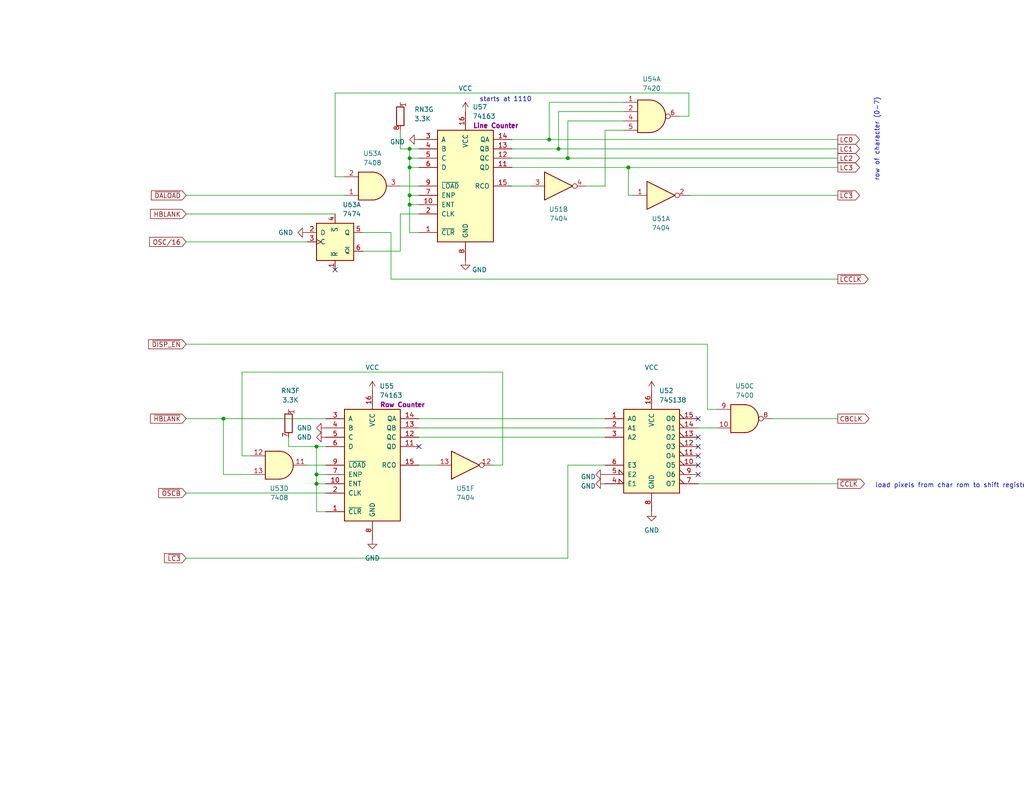
<source format=kicad_sch>
(kicad_sch (version 20230121) (generator eeschema)
  (paper "USLetter")
  (lib_symbols
    (symbol "74xx:74LS00" (pin_names (offset 1.016))
      (property "Reference" "U" (at 0 1.27 0))
      (property "Value" "74LS00" (at 0 -1.27 0))
      (symbol "74LS00_1_1"
        (arc (start 0 -3.81) (mid 3.7934 0) (end 0 3.81) (stroke (width 0.254)) (fill (type background)))
        (polyline (pts (xy 0 3.81) (xy -3.81 3.81) (xy -3.81 -3.81) (xy 0 -3.81)) (stroke (width 0.254)) (fill (type background)))
        (pin input line (at -7.62 2.54 0) (length 3.81) (name "~") (number "1"))
        (pin input line (at -7.62 -2.54 0) (length 3.81) (name "~") (number "2"))
        (pin output inverted (at 7.62 0 180) (length 3.81) (name "~") (number "3"))
      )
      (symbol "74LS00_1_2"
        (arc (start -3.81 -3.81) (mid -2.589 0) (end -3.81 3.81) (stroke (width 0.254)))
        (arc (start -0.6096 -3.81) (mid 2.1855 -2.584) (end 3.81 0) (stroke (width 0.254)) (fill (type background)))
        (polyline (pts (xy -3.81 -3.81) (xy -0.635 -3.81)) (stroke (width 0.254)) (fill (type background)))
        (polyline (pts (xy -3.81 3.81) (xy -0.635 3.81)) (stroke (width 0.254)) (fill (type background)))
        (polyline (pts (xy -0.635 3.81) (xy -3.81 3.81) (xy -3.81 3.81) (xy -3.556 3.4036) (xy -3.0226 2.2606) (xy -2.6924 1.0414) (xy -2.6162 -0.254) (xy -2.7686 -1.4986) (xy -3.175 -2.7178) (xy -3.81 -3.81) (xy -3.81 -3.81) (xy -0.635 -3.81)) (stroke (width -25.4)) (fill (type background)))
        (arc (start 3.81 0) (mid 2.1928 2.5925) (end -0.6096 3.81) (stroke (width 0.254)) (fill (type background)))
        (pin input inverted (at -7.62 2.54 0) (length 4.318) (name "~") (number "1"))
        (pin input inverted (at -7.62 -2.54 0) (length 4.318) (name "~") (number "2"))
        (pin output line (at 7.62 0 180) (length 3.81) (name "~") (number "3"))
      )
      (symbol "74LS00_2_1"
        (arc (start 0 -3.81) (mid 3.7934 0) (end 0 3.81) (stroke (width 0.254)) (fill (type background)))
        (polyline (pts (xy 0 3.81) (xy -3.81 3.81) (xy -3.81 -3.81) (xy 0 -3.81)) (stroke (width 0.254)) (fill (type background)))
        (pin input line (at -7.62 2.54 0) (length 3.81) (name "~") (number "4"))
        (pin input line (at -7.62 -2.54 0) (length 3.81) (name "~") (number "5"))
        (pin output inverted (at 7.62 0 180) (length 3.81) (name "~") (number "6"))
      )
      (symbol "74LS00_2_2"
        (arc (start -3.81 -3.81) (mid -2.589 0) (end -3.81 3.81) (stroke (width 0.254)))
        (arc (start -0.6096 -3.81) (mid 2.1855 -2.584) (end 3.81 0) (stroke (width 0.254)) (fill (type background)))
        (polyline (pts (xy -3.81 -3.81) (xy -0.635 -3.81)) (stroke (width 0.254)) (fill (type background)))
        (polyline (pts (xy -3.81 3.81) (xy -0.635 3.81)) (stroke (width 0.254)) (fill (type background)))
        (polyline (pts (xy -0.635 3.81) (xy -3.81 3.81) (xy -3.81 3.81) (xy -3.556 3.4036) (xy -3.0226 2.2606) (xy -2.6924 1.0414) (xy -2.6162 -0.254) (xy -2.7686 -1.4986) (xy -3.175 -2.7178) (xy -3.81 -3.81) (xy -3.81 -3.81) (xy -0.635 -3.81)) (stroke (width -25.4)) (fill (type background)))
        (arc (start 3.81 0) (mid 2.1928 2.5925) (end -0.6096 3.81) (stroke (width 0.254)) (fill (type background)))
        (pin input inverted (at -7.62 2.54 0) (length 4.318) (name "~") (number "4"))
        (pin input inverted (at -7.62 -2.54 0) (length 4.318) (name "~") (number "5"))
        (pin output line (at 7.62 0 180) (length 3.81) (name "~") (number "6"))
      )
      (symbol "74LS00_3_1"
        (arc (start 0 -3.81) (mid 3.7934 0) (end 0 3.81) (stroke (width 0.254)) (fill (type background)))
        (polyline (pts (xy 0 3.81) (xy -3.81 3.81) (xy -3.81 -3.81) (xy 0 -3.81)) (stroke (width 0.254)) (fill (type background)))
        (pin input line (at -7.62 -2.54 0) (length 3.81) (name "~") (number "10"))
        (pin output inverted (at 7.62 0 180) (length 3.81) (name "~") (number "8"))
        (pin input line (at -7.62 2.54 0) (length 3.81) (name "~") (number "9"))
      )
      (symbol "74LS00_3_2"
        (arc (start -3.81 -3.81) (mid -2.589 0) (end -3.81 3.81) (stroke (width 0.254)))
        (arc (start -0.6096 -3.81) (mid 2.1855 -2.584) (end 3.81 0) (stroke (width 0.254)) (fill (type background)))
        (polyline (pts (xy -3.81 -3.81) (xy -0.635 -3.81)) (stroke (width 0.254)) (fill (type background)))
        (polyline (pts (xy -3.81 3.81) (xy -0.635 3.81)) (stroke (width 0.254)) (fill (type background)))
        (polyline (pts (xy -0.635 3.81) (xy -3.81 3.81) (xy -3.81 3.81) (xy -3.556 3.4036) (xy -3.0226 2.2606) (xy -2.6924 1.0414) (xy -2.6162 -0.254) (xy -2.7686 -1.4986) (xy -3.175 -2.7178) (xy -3.81 -3.81) (xy -3.81 -3.81) (xy -0.635 -3.81)) (stroke (width -25.4)) (fill (type background)))
        (arc (start 3.81 0) (mid 2.1928 2.5925) (end -0.6096 3.81) (stroke (width 0.254)) (fill (type background)))
        (pin input inverted (at -7.62 -2.54 0) (length 4.318) (name "~") (number "10"))
        (pin output line (at 7.62 0 180) (length 3.81) (name "~") (number "8"))
        (pin input inverted (at -7.62 2.54 0) (length 4.318) (name "~") (number "9"))
      )
      (symbol "74LS00_4_1"
        (arc (start 0 -3.81) (mid 3.7934 0) (end 0 3.81) (stroke (width 0.254)) (fill (type background)))
        (polyline (pts (xy 0 3.81) (xy -3.81 3.81) (xy -3.81 -3.81) (xy 0 -3.81)) (stroke (width 0.254)) (fill (type background)))
        (pin output inverted (at 7.62 0 180) (length 3.81) (name "~") (number "11"))
        (pin input line (at -7.62 2.54 0) (length 3.81) (name "~") (number "12"))
        (pin input line (at -7.62 -2.54 0) (length 3.81) (name "~") (number "13"))
      )
      (symbol "74LS00_4_2"
        (arc (start -3.81 -3.81) (mid -2.589 0) (end -3.81 3.81) (stroke (width 0.254)))
        (arc (start -0.6096 -3.81) (mid 2.1855 -2.584) (end 3.81 0) (stroke (width 0.254)) (fill (type background)))
        (polyline (pts (xy -3.81 -3.81) (xy -0.635 -3.81)) (stroke (width 0.254)) (fill (type background)))
        (polyline (pts (xy -3.81 3.81) (xy -0.635 3.81)) (stroke (width 0.254)) (fill (type background)))
        (polyline (pts (xy -0.635 3.81) (xy -3.81 3.81) (xy -3.81 3.81) (xy -3.556 3.4036) (xy -3.0226 2.2606) (xy -2.6924 1.0414) (xy -2.6162 -0.254) (xy -2.7686 -1.4986) (xy -3.175 -2.7178) (xy -3.81 -3.81) (xy -3.81 -3.81) (xy -0.635 -3.81)) (stroke (width -25.4)) (fill (type background)))
        (arc (start 3.81 0) (mid 2.1928 2.5925) (end -0.6096 3.81) (stroke (width 0.254)) (fill (type background)))
        (pin output line (at 7.62 0 180) (length 3.81) (name "~") (number "11"))
        (pin input inverted (at -7.62 2.54 0) (length 4.318) (name "~") (number "12"))
        (pin input inverted (at -7.62 -2.54 0) (length 4.318) (name "~") (number "13"))
      )
      (symbol "74LS00_5_0"
        (pin power_in line (at 0 12.7 270) (length 5.08) (name "VCC") (number "14"))
        (pin power_in line (at 0 -12.7 90) (length 5.08) (name "GND") (number "7"))
      )
      (symbol "74LS00_5_1"
        (rectangle (start -5.08 7.62) (end 5.08 -7.62) (stroke (width 0.254)) (fill (type background)))
      )
    )
    (symbol "74xx:74LS04"
      (property "Reference" "U" (at 0 1.27 0))
      (property "Value" "74LS04" (at 0 -1.27 0))
      (symbol "74LS04_1_0"
        (polyline (pts (xy -3.81 3.81) (xy -3.81 -3.81) (xy 3.81 0) (xy -3.81 3.81)) (stroke (width 0.254)) (fill (type background)))
        (pin input line (at -7.62 0 0) (length 3.81) (name "~") (number "1"))
        (pin output inverted (at 7.62 0 180) (length 3.81) (name "~") (number "2"))
      )
      (symbol "74LS04_2_0"
        (polyline (pts (xy -3.81 3.81) (xy -3.81 -3.81) (xy 3.81 0) (xy -3.81 3.81)) (stroke (width 0.254)) (fill (type background)))
        (pin input line (at -7.62 0 0) (length 3.81) (name "~") (number "3"))
        (pin output inverted (at 7.62 0 180) (length 3.81) (name "~") (number "4"))
      )
      (symbol "74LS04_3_0"
        (polyline (pts (xy -3.81 3.81) (xy -3.81 -3.81) (xy 3.81 0) (xy -3.81 3.81)) (stroke (width 0.254)) (fill (type background)))
        (pin input line (at -7.62 0 0) (length 3.81) (name "~") (number "5"))
        (pin output inverted (at 7.62 0 180) (length 3.81) (name "~") (number "6"))
      )
      (symbol "74LS04_4_0"
        (polyline (pts (xy -3.81 3.81) (xy -3.81 -3.81) (xy 3.81 0) (xy -3.81 3.81)) (stroke (width 0.254)) (fill (type background)))
        (pin output inverted (at 7.62 0 180) (length 3.81) (name "~") (number "8"))
        (pin input line (at -7.62 0 0) (length 3.81) (name "~") (number "9"))
      )
      (symbol "74LS04_5_0"
        (polyline (pts (xy -3.81 3.81) (xy -3.81 -3.81) (xy 3.81 0) (xy -3.81 3.81)) (stroke (width 0.254)) (fill (type background)))
        (pin output inverted (at 7.62 0 180) (length 3.81) (name "~") (number "10"))
        (pin input line (at -7.62 0 0) (length 3.81) (name "~") (number "11"))
      )
      (symbol "74LS04_6_0"
        (polyline (pts (xy -3.81 3.81) (xy -3.81 -3.81) (xy 3.81 0) (xy -3.81 3.81)) (stroke (width 0.254)) (fill (type background)))
        (pin output inverted (at 7.62 0 180) (length 3.81) (name "~") (number "12"))
        (pin input line (at -7.62 0 0) (length 3.81) (name "~") (number "13"))
      )
      (symbol "74LS04_7_0"
        (pin power_in line (at 0 12.7 270) (length 5.08) (name "VCC") (number "14"))
        (pin power_in line (at 0 -12.7 90) (length 5.08) (name "GND") (number "7"))
      )
      (symbol "74LS04_7_1"
        (rectangle (start -5.08 7.62) (end 5.08 -7.62) (stroke (width 0.254)) (fill (type background)))
      )
    )
    (symbol "74xx:74LS08" (pin_names (offset 1.016))
      (property "Reference" "U" (at 0 1.27 0))
      (property "Value" "74LS08" (at 0 -1.27 0))
      (symbol "74LS08_1_1"
        (arc (start 0 -3.81) (mid 3.7934 0) (end 0 3.81) (stroke (width 0.254)) (fill (type background)))
        (polyline (pts (xy 0 3.81) (xy -3.81 3.81) (xy -3.81 -3.81) (xy 0 -3.81)) (stroke (width 0.254)) (fill (type background)))
        (pin input line (at -7.62 2.54 0) (length 3.81) (name "~") (number "1"))
        (pin input line (at -7.62 -2.54 0) (length 3.81) (name "~") (number "2"))
        (pin output line (at 7.62 0 180) (length 3.81) (name "~") (number "3"))
      )
      (symbol "74LS08_1_2"
        (arc (start -3.81 -3.81) (mid -2.589 0) (end -3.81 3.81) (stroke (width 0.254)))
        (arc (start -0.6096 -3.81) (mid 2.1855 -2.584) (end 3.81 0) (stroke (width 0.254)) (fill (type background)))
        (polyline (pts (xy -3.81 -3.81) (xy -0.635 -3.81)) (stroke (width 0.254)) (fill (type background)))
        (polyline (pts (xy -3.81 3.81) (xy -0.635 3.81)) (stroke (width 0.254)) (fill (type background)))
        (polyline (pts (xy -0.635 3.81) (xy -3.81 3.81) (xy -3.81 3.81) (xy -3.556 3.4036) (xy -3.0226 2.2606) (xy -2.6924 1.0414) (xy -2.6162 -0.254) (xy -2.7686 -1.4986) (xy -3.175 -2.7178) (xy -3.81 -3.81) (xy -3.81 -3.81) (xy -0.635 -3.81)) (stroke (width -25.4)) (fill (type background)))
        (arc (start 3.81 0) (mid 2.1928 2.5925) (end -0.6096 3.81) (stroke (width 0.254)) (fill (type background)))
        (pin input inverted (at -7.62 2.54 0) (length 4.318) (name "~") (number "1"))
        (pin input inverted (at -7.62 -2.54 0) (length 4.318) (name "~") (number "2"))
        (pin output inverted (at 7.62 0 180) (length 3.81) (name "~") (number "3"))
      )
      (symbol "74LS08_2_1"
        (arc (start 0 -3.81) (mid 3.7934 0) (end 0 3.81) (stroke (width 0.254)) (fill (type background)))
        (polyline (pts (xy 0 3.81) (xy -3.81 3.81) (xy -3.81 -3.81) (xy 0 -3.81)) (stroke (width 0.254)) (fill (type background)))
        (pin input line (at -7.62 2.54 0) (length 3.81) (name "~") (number "4"))
        (pin input line (at -7.62 -2.54 0) (length 3.81) (name "~") (number "5"))
        (pin output line (at 7.62 0 180) (length 3.81) (name "~") (number "6"))
      )
      (symbol "74LS08_2_2"
        (arc (start -3.81 -3.81) (mid -2.589 0) (end -3.81 3.81) (stroke (width 0.254)))
        (arc (start -0.6096 -3.81) (mid 2.1855 -2.584) (end 3.81 0) (stroke (width 0.254)) (fill (type background)))
        (polyline (pts (xy -3.81 -3.81) (xy -0.635 -3.81)) (stroke (width 0.254)) (fill (type background)))
        (polyline (pts (xy -3.81 3.81) (xy -0.635 3.81)) (stroke (width 0.254)) (fill (type background)))
        (polyline (pts (xy -0.635 3.81) (xy -3.81 3.81) (xy -3.81 3.81) (xy -3.556 3.4036) (xy -3.0226 2.2606) (xy -2.6924 1.0414) (xy -2.6162 -0.254) (xy -2.7686 -1.4986) (xy -3.175 -2.7178) (xy -3.81 -3.81) (xy -3.81 -3.81) (xy -0.635 -3.81)) (stroke (width -25.4)) (fill (type background)))
        (arc (start 3.81 0) (mid 2.1928 2.5925) (end -0.6096 3.81) (stroke (width 0.254)) (fill (type background)))
        (pin input inverted (at -7.62 2.54 0) (length 4.318) (name "~") (number "4"))
        (pin input inverted (at -7.62 -2.54 0) (length 4.318) (name "~") (number "5"))
        (pin output inverted (at 7.62 0 180) (length 3.81) (name "~") (number "6"))
      )
      (symbol "74LS08_3_1"
        (arc (start 0 -3.81) (mid 3.7934 0) (end 0 3.81) (stroke (width 0.254)) (fill (type background)))
        (polyline (pts (xy 0 3.81) (xy -3.81 3.81) (xy -3.81 -3.81) (xy 0 -3.81)) (stroke (width 0.254)) (fill (type background)))
        (pin input line (at -7.62 -2.54 0) (length 3.81) (name "~") (number "10"))
        (pin output line (at 7.62 0 180) (length 3.81) (name "~") (number "8"))
        (pin input line (at -7.62 2.54 0) (length 3.81) (name "~") (number "9"))
      )
      (symbol "74LS08_3_2"
        (arc (start -3.81 -3.81) (mid -2.589 0) (end -3.81 3.81) (stroke (width 0.254)))
        (arc (start -0.6096 -3.81) (mid 2.1855 -2.584) (end 3.81 0) (stroke (width 0.254)) (fill (type background)))
        (polyline (pts (xy -3.81 -3.81) (xy -0.635 -3.81)) (stroke (width 0.254)) (fill (type background)))
        (polyline (pts (xy -3.81 3.81) (xy -0.635 3.81)) (stroke (width 0.254)) (fill (type background)))
        (polyline (pts (xy -0.635 3.81) (xy -3.81 3.81) (xy -3.81 3.81) (xy -3.556 3.4036) (xy -3.0226 2.2606) (xy -2.6924 1.0414) (xy -2.6162 -0.254) (xy -2.7686 -1.4986) (xy -3.175 -2.7178) (xy -3.81 -3.81) (xy -3.81 -3.81) (xy -0.635 -3.81)) (stroke (width -25.4)) (fill (type background)))
        (arc (start 3.81 0) (mid 2.1928 2.5925) (end -0.6096 3.81) (stroke (width 0.254)) (fill (type background)))
        (pin input inverted (at -7.62 -2.54 0) (length 4.318) (name "~") (number "10"))
        (pin output inverted (at 7.62 0 180) (length 3.81) (name "~") (number "8"))
        (pin input inverted (at -7.62 2.54 0) (length 4.318) (name "~") (number "9"))
      )
      (symbol "74LS08_4_1"
        (arc (start 0 -3.81) (mid 3.7934 0) (end 0 3.81) (stroke (width 0.254)) (fill (type background)))
        (polyline (pts (xy 0 3.81) (xy -3.81 3.81) (xy -3.81 -3.81) (xy 0 -3.81)) (stroke (width 0.254)) (fill (type background)))
        (pin output line (at 7.62 0 180) (length 3.81) (name "~") (number "11"))
        (pin input line (at -7.62 2.54 0) (length 3.81) (name "~") (number "12"))
        (pin input line (at -7.62 -2.54 0) (length 3.81) (name "~") (number "13"))
      )
      (symbol "74LS08_4_2"
        (arc (start -3.81 -3.81) (mid -2.589 0) (end -3.81 3.81) (stroke (width 0.254)))
        (arc (start -0.6096 -3.81) (mid 2.1855 -2.584) (end 3.81 0) (stroke (width 0.254)) (fill (type background)))
        (polyline (pts (xy -3.81 -3.81) (xy -0.635 -3.81)) (stroke (width 0.254)) (fill (type background)))
        (polyline (pts (xy -3.81 3.81) (xy -0.635 3.81)) (stroke (width 0.254)) (fill (type background)))
        (polyline (pts (xy -0.635 3.81) (xy -3.81 3.81) (xy -3.81 3.81) (xy -3.556 3.4036) (xy -3.0226 2.2606) (xy -2.6924 1.0414) (xy -2.6162 -0.254) (xy -2.7686 -1.4986) (xy -3.175 -2.7178) (xy -3.81 -3.81) (xy -3.81 -3.81) (xy -0.635 -3.81)) (stroke (width -25.4)) (fill (type background)))
        (arc (start 3.81 0) (mid 2.1928 2.5925) (end -0.6096 3.81) (stroke (width 0.254)) (fill (type background)))
        (pin output inverted (at 7.62 0 180) (length 3.81) (name "~") (number "11"))
        (pin input inverted (at -7.62 2.54 0) (length 4.318) (name "~") (number "12"))
        (pin input inverted (at -7.62 -2.54 0) (length 4.318) (name "~") (number "13"))
      )
      (symbol "74LS08_5_0"
        (pin power_in line (at 0 12.7 270) (length 5.08) (name "VCC") (number "14"))
        (pin power_in line (at 0 -12.7 90) (length 5.08) (name "GND") (number "7"))
      )
      (symbol "74LS08_5_1"
        (rectangle (start -5.08 7.62) (end 5.08 -7.62) (stroke (width 0.254)) (fill (type background)))
      )
    )
    (symbol "74xx:74LS138" (pin_names (offset 1.016))
      (property "Reference" "U" (at -7.62 11.43 0))
      (property "Value" "74LS138" (at -7.62 -13.97 0))
      (symbol "74LS138_1_0"
        (pin input line (at -12.7 7.62 0) (length 5.08) (name "A0") (number "1"))
        (pin output output_low (at 12.7 -5.08 180) (length 5.08) (name "O5") (number "10"))
        (pin output output_low (at 12.7 -2.54 180) (length 5.08) (name "O4") (number "11"))
        (pin output output_low (at 12.7 0 180) (length 5.08) (name "O3") (number "12"))
        (pin output output_low (at 12.7 2.54 180) (length 5.08) (name "O2") (number "13"))
        (pin output output_low (at 12.7 5.08 180) (length 5.08) (name "O1") (number "14"))
        (pin output output_low (at 12.7 7.62 180) (length 5.08) (name "O0") (number "15"))
        (pin power_in line (at 0 15.24 270) (length 5.08) (name "VCC") (number "16"))
        (pin input line (at -12.7 5.08 0) (length 5.08) (name "A1") (number "2"))
        (pin input line (at -12.7 2.54 0) (length 5.08) (name "A2") (number "3"))
        (pin input input_low (at -12.7 -10.16 0) (length 5.08) (name "E1") (number "4"))
        (pin input input_low (at -12.7 -7.62 0) (length 5.08) (name "E2") (number "5"))
        (pin input line (at -12.7 -5.08 0) (length 5.08) (name "E3") (number "6"))
        (pin output output_low (at 12.7 -10.16 180) (length 5.08) (name "O7") (number "7"))
        (pin power_in line (at 0 -17.78 90) (length 5.08) (name "GND") (number "8"))
        (pin output output_low (at 12.7 -7.62 180) (length 5.08) (name "O6") (number "9"))
      )
      (symbol "74LS138_1_1"
        (rectangle (start -7.62 10.16) (end 7.62 -12.7) (stroke (width 0.254)) (fill (type background)))
      )
    )
    (symbol "74xx:74LS20" (pin_names (offset 1.016))
      (property "Reference" "U" (at 0 1.27 0))
      (property "Value" "74LS20" (at 0 -1.27 0))
      (symbol "74LS20_1_1"
        (arc (start -0.635 -4.445) (mid 3.7907 0) (end -0.635 4.445) (stroke (width 0.254)) (fill (type background)))
        (polyline (pts (xy -0.635 4.445) (xy -3.81 4.445) (xy -3.81 -4.445) (xy -0.635 -4.445)) (stroke (width 0.254)) (fill (type background)))
        (pin input line (at -7.62 3.81 0) (length 3.81) (name "~") (number "1"))
        (pin input line (at -7.62 1.27 0) (length 3.81) (name "~") (number "2"))
        (pin input line (at -7.62 -1.27 0) (length 3.81) (name "~") (number "4"))
        (pin input line (at -7.62 -3.81 0) (length 3.81) (name "~") (number "5"))
        (pin output inverted (at 7.62 0 180) (length 3.81) (name "~") (number "6"))
      )
      (symbol "74LS20_1_2"
        (arc (start -3.81 -4.445) (mid -2.5908 0) (end -3.81 4.445) (stroke (width 0.254)))
        (arc (start -0.6096 -4.445) (mid 2.224 -2.8428) (end 3.81 0) (stroke (width 0.254)) (fill (type background)))
        (polyline (pts (xy -3.81 -4.445) (xy -0.635 -4.445)) (stroke (width 0.254)) (fill (type background)))
        (polyline (pts (xy -3.81 4.445) (xy -0.635 4.445)) (stroke (width 0.254)) (fill (type background)))
        (polyline (pts (xy -0.635 4.445) (xy -3.81 4.445) (xy -3.81 4.445) (xy -3.6322 4.0894) (xy -3.0988 2.921) (xy -2.7686 1.6764) (xy -2.6162 0.4318) (xy -2.6416 -0.8636) (xy -2.8702 -2.1082) (xy -3.2512 -3.3274) (xy -3.81 -4.445) (xy -3.81 -4.445) (xy -0.635 -4.445)) (stroke (width -25.4)) (fill (type background)))
        (arc (start 3.81 0) (mid 2.2198 2.8386) (end -0.6096 4.445) (stroke (width 0.254)) (fill (type background)))
        (pin input inverted (at -7.62 3.81 0) (length 3.81) (name "~") (number "1"))
        (pin input inverted (at -7.62 1.27 0) (length 4.826) (name "~") (number "2"))
        (pin input inverted (at -7.62 -1.27 0) (length 4.826) (name "~") (number "4"))
        (pin input inverted (at -7.62 -3.81 0) (length 3.81) (name "~") (number "5"))
        (pin output line (at 7.62 0 180) (length 3.81) (name "~") (number "6"))
      )
      (symbol "74LS20_2_1"
        (arc (start -0.635 -4.445) (mid 3.7907 0) (end -0.635 4.445) (stroke (width 0.254)) (fill (type background)))
        (polyline (pts (xy -0.635 4.445) (xy -3.81 4.445) (xy -3.81 -4.445) (xy -0.635 -4.445)) (stroke (width 0.254)) (fill (type background)))
        (pin input line (at -7.62 1.27 0) (length 3.81) (name "~") (number "10"))
        (pin input line (at -7.62 -1.27 0) (length 3.81) (name "~") (number "12"))
        (pin input line (at -7.62 -3.81 0) (length 3.81) (name "~") (number "13"))
        (pin output inverted (at 7.62 0 180) (length 3.81) (name "~") (number "8"))
        (pin input line (at -7.62 3.81 0) (length 3.81) (name "~") (number "9"))
      )
      (symbol "74LS20_2_2"
        (arc (start -3.81 -4.445) (mid -2.5908 0) (end -3.81 4.445) (stroke (width 0.254)))
        (arc (start -0.6096 -4.445) (mid 2.224 -2.8428) (end 3.81 0) (stroke (width 0.254)) (fill (type background)))
        (polyline (pts (xy -3.81 -4.445) (xy -0.635 -4.445)) (stroke (width 0.254)) (fill (type background)))
        (polyline (pts (xy -3.81 4.445) (xy -0.635 4.445)) (stroke (width 0.254)) (fill (type background)))
        (polyline (pts (xy -0.635 4.445) (xy -3.81 4.445) (xy -3.81 4.445) (xy -3.6322 4.0894) (xy -3.0988 2.921) (xy -2.7686 1.6764) (xy -2.6162 0.4318) (xy -2.6416 -0.8636) (xy -2.8702 -2.1082) (xy -3.2512 -3.3274) (xy -3.81 -4.445) (xy -3.81 -4.445) (xy -0.635 -4.445)) (stroke (width -25.4)) (fill (type background)))
        (arc (start 3.81 0) (mid 2.2198 2.8386) (end -0.6096 4.445) (stroke (width 0.254)) (fill (type background)))
        (pin input inverted (at -7.62 1.27 0) (length 4.826) (name "~") (number "10"))
        (pin input inverted (at -7.62 -1.27 0) (length 4.826) (name "~") (number "12"))
        (pin input inverted (at -7.62 -3.81 0) (length 3.81) (name "~") (number "13"))
        (pin output line (at 7.62 0 180) (length 3.81) (name "~") (number "8"))
        (pin input inverted (at -7.62 3.81 0) (length 3.81) (name "~") (number "9"))
      )
      (symbol "74LS20_3_0"
        (pin power_in line (at 0 12.7 270) (length 5.08) (name "VCC") (number "14"))
        (pin power_in line (at 0 -12.7 90) (length 5.08) (name "GND") (number "7"))
      )
      (symbol "74LS20_3_1"
        (rectangle (start -5.08 7.62) (end 5.08 -7.62) (stroke (width 0.254)) (fill (type background)))
      )
    )
    (symbol "74xx:74LS74" (pin_names (offset 1.016))
      (property "Reference" "U" (at -7.62 8.89 0))
      (property "Value" "74LS74" (at -7.62 -8.89 0))
      (symbol "74LS74_1_0"
        (pin input line (at 0 -7.62 90) (length 2.54) (name "~{R}") (number "1"))
        (pin input line (at -7.62 2.54 0) (length 2.54) (name "D") (number "2"))
        (pin input clock (at -7.62 0 0) (length 2.54) (name "C") (number "3"))
        (pin input line (at 0 7.62 270) (length 2.54) (name "~{S}") (number "4"))
        (pin output line (at 7.62 2.54 180) (length 2.54) (name "Q") (number "5"))
        (pin output line (at 7.62 -2.54 180) (length 2.54) (name "~{Q}") (number "6"))
      )
      (symbol "74LS74_1_1"
        (rectangle (start -5.08 5.08) (end 5.08 -5.08) (stroke (width 0.254)) (fill (type background)))
      )
      (symbol "74LS74_2_0"
        (pin input line (at 0 7.62 270) (length 2.54) (name "~{S}") (number "10"))
        (pin input clock (at -7.62 0 0) (length 2.54) (name "C") (number "11"))
        (pin input line (at -7.62 2.54 0) (length 2.54) (name "D") (number "12"))
        (pin input line (at 0 -7.62 90) (length 2.54) (name "~{R}") (number "13"))
        (pin output line (at 7.62 -2.54 180) (length 2.54) (name "~{Q}") (number "8"))
        (pin output line (at 7.62 2.54 180) (length 2.54) (name "Q") (number "9"))
      )
      (symbol "74LS74_2_1"
        (rectangle (start -5.08 5.08) (end 5.08 -5.08) (stroke (width 0.254)) (fill (type background)))
      )
      (symbol "74LS74_3_0"
        (pin power_in line (at 0 10.16 270) (length 2.54) (name "VCC") (number "14"))
        (pin power_in line (at 0 -10.16 90) (length 2.54) (name "GND") (number "7"))
      )
      (symbol "74LS74_3_1"
        (rectangle (start -5.08 7.62) (end 5.08 -7.62) (stroke (width 0.254)) (fill (type background)))
      )
    )
    (symbol "Device:R_Network09_Split" (pin_names (offset 0) hide)
      (property "Reference" "RN" (at 2.032 0 90))
      (property "Value" "R_Network09_Split" (at 0 0 90))
      (symbol "R_Network09_Split_0_1"
        (rectangle (start 1.016 2.54) (end -1.016 -2.54) (stroke (width 0.254)))
      )
      (symbol "R_Network09_Split_1_1"
        (pin passive line (at 0 3.81 270) (length 1.27) (name "R1.1") (number "1"))
        (pin passive line (at 0 -3.81 90) (length 1.27) (name "R1.2") (number "2"))
      )
      (symbol "R_Network09_Split_2_1"
        (polyline (pts (xy 0 2.54) (xy 0 3.81)))
        (text "1" (at 0.889 3.175 900) (effects (font (size 1.27 1.27))))
        (pin passive line (at 0 -3.81 90) (length 1.27) (name "R2.2") (number "3"))
      )
      (symbol "R_Network09_Split_3_1"
        (polyline (pts (xy 0 2.54) (xy 0 3.81)))
        (text "1" (at 0.889 3.175 900) (effects (font (size 1.27 1.27))))
        (pin passive line (at 0 -3.81 90) (length 1.27) (name "R3.2") (number "4"))
      )
      (symbol "R_Network09_Split_4_1"
        (polyline (pts (xy 0 2.54) (xy 0 3.81)))
        (text "1" (at 0.889 3.175 900) (effects (font (size 1.27 1.27))))
        (pin passive line (at 0 -3.81 90) (length 1.27) (name "R4.2") (number "5"))
      )
      (symbol "R_Network09_Split_5_1"
        (polyline (pts (xy 0 2.54) (xy 0 3.81)))
        (text "1" (at 0.889 3.175 900) (effects (font (size 1.27 1.27))))
        (pin passive line (at 0 -3.81 90) (length 1.27) (name "R5.2") (number "6"))
      )
      (symbol "R_Network09_Split_6_1"
        (polyline (pts (xy 0 2.54) (xy 0 3.81)))
        (text "1" (at 0.889 3.175 900) (effects (font (size 1.27 1.27))))
        (pin passive line (at 0 -3.81 90) (length 1.27) (name "R6.2") (number "7"))
      )
      (symbol "R_Network09_Split_7_1"
        (polyline (pts (xy 0 2.54) (xy 0 3.81)))
        (text "1" (at 0.889 3.175 900) (effects (font (size 1.27 1.27))))
        (pin passive line (at 0 -3.81 90) (length 1.27) (name "R7.2") (number "8"))
      )
      (symbol "R_Network09_Split_8_1"
        (polyline (pts (xy 0 2.54) (xy 0 3.81)))
        (text "1" (at 0.889 3.175 900) (effects (font (size 1.27 1.27))))
        (pin passive line (at 0 -3.81 90) (length 1.27) (name "R8.2") (number "9"))
      )
      (symbol "R_Network09_Split_9_1"
        (polyline (pts (xy 0 2.54) (xy 0 3.81)))
        (text "1" (at 0.889 3.175 900) (effects (font (size 1.27 1.27))))
        (pin passive line (at 0 -3.81 90) (length 1.27) (name "R9.2") (number "10"))
      )
    )
    (symbol "ambassador:74163" (pin_names (offset 1.016))
      (property "Reference" "U" (at -7.62 16.51 0))
      (property "Value" "74163" (at -7.62 -16.51 0))
      (symbol "74163_1_0"
        (pin input line (at -12.7 -12.7 0) (length 5.08) (name "~{CLR}") (number "1"))
        (pin input line (at -12.7 -5.08 0) (length 5.08) (name "ENT") (number "10"))
        (pin output line (at 12.7 5.08 180) (length 5.08) (name "QD") (number "11"))
        (pin output line (at 12.7 7.62 180) (length 5.08) (name "QC") (number "12"))
        (pin output line (at 12.7 10.16 180) (length 5.08) (name "QB") (number "13"))
        (pin output line (at 12.7 12.7 180) (length 5.08) (name "QA") (number "14"))
        (pin output line (at 12.7 0 180) (length 5.08) (name "RCO") (number "15"))
        (pin power_in line (at 0 20.32 270) (length 5.08) (name "VCC") (number "16"))
        (pin input line (at -12.7 -7.62 0) (length 5.08) (name "CLK") (number "2"))
        (pin input line (at -12.7 12.7 0) (length 5.08) (name "A") (number "3"))
        (pin input line (at -12.7 10.16 0) (length 5.08) (name "B") (number "4"))
        (pin input line (at -12.7 7.62 0) (length 5.08) (name "C") (number "5"))
        (pin input line (at -12.7 5.08 0) (length 5.08) (name "D") (number "6"))
        (pin input line (at -12.7 -2.54 0) (length 5.08) (name "ENP") (number "7"))
        (pin power_in line (at 0 -20.32 90) (length 5.08) (name "GND") (number "8"))
        (pin input line (at -12.7 0 0) (length 5.08) (name "~{LOAD}") (number "9"))
      )
      (symbol "74163_1_1"
        (rectangle (start -7.62 15.24) (end 7.62 -15.24) (stroke (width 0.254)) (fill (type background)))
      )
    )
    (symbol "power:GND" (power) (pin_names (offset 0))
      (property "Value" "GND" (at 0 -3.81 0))
      (symbol "GND_0_1"
        (polyline (pts (xy 0 0) (xy 0 -1.27) (xy 1.27 -1.27) (xy 0 -2.54) (xy -1.27 -1.27) (xy 0 -1.27)))
      )
      (symbol "GND_1_1"
        (pin power_in line (at 0 0 270) (length 0) hide (name "GND") (number "1"))
      )
    )
    (symbol "power:VCC" (power) (pin_names (offset 0))
      (property "Value" "VCC" (at 0 3.81 0))
      (symbol "VCC_0_1"
        (polyline (pts (xy -0.762 1.27) (xy 0 2.54)))
        (polyline (pts (xy 0 0) (xy 0 2.54)))
        (polyline (pts (xy 0 2.54) (xy 0.762 1.27)))
      )
      (symbol "VCC_1_1"
        (pin power_in line (at 0 0 90) (length 0) hide (name "VCC") (number "1"))
      )
    )
  )
  (junction (at 111.76 43.18))
  (junction (at 152.4 40.64))
  (junction (at 154.94 43.18))
  (junction (at 111.76 45.72))
  (junction (at 111.76 40.64))
  (junction (at 86.36 129.54))
  (junction (at 60.96 114.3))
  (junction (at 171.45 45.72))
  (junction (at 111.76 53.34))
  (junction (at 86.36 132.08))
  (junction (at 111.76 55.88))
  (junction (at 86.36 121.92))
  (junction (at 149.86 38.1))
  (no_connect (at 190.5 121.92))
  (no_connect (at 190.5 124.46))
  (no_connect (at 190.5 114.3))
  (no_connect (at 190.5 129.54))
  (no_connect (at 190.5 119.38))
  (no_connect (at 114.3 121.92))
  (no_connect (at 91.44 73.66))
  (no_connect (at 190.5 127))
  (wire (pts (xy 228.6 114.3) (xy 210.82 114.3)))
  (wire (pts (xy 144.78 50.8) (xy 139.7 50.8)))
  (wire (pts (xy 193.04 111.76) (xy 193.04 93.98)))
  (wire (pts (xy 68.58 129.54) (xy 60.96 129.54)))
  (wire (pts (xy 50.8 53.34) (xy 93.98 53.34)))
  (wire (pts (xy 149.86 27.94) (xy 149.86 38.1)))
  (wire (pts (xy 154.94 152.4) (xy 154.94 127)))
  (wire (pts (xy 99.06 63.5) (xy 106.68 63.5)))
  (wire (pts (xy 111.76 55.88) (xy 111.76 53.34)))
  (wire (pts (xy 190.5 132.08) (xy 228.6 132.08)))
  (wire (pts (xy 152.4 30.48) (xy 170.18 30.48)))
  (wire (pts (xy 171.45 45.72) (xy 228.6 45.72)))
  (wire (pts (xy 154.94 152.4) (xy 50.8 152.4)))
  (wire (pts (xy 119.38 127) (xy 114.3 127)))
  (wire (pts (xy 50.8 66.04) (xy 83.82 66.04)))
  (wire (pts (xy 187.96 25.4) (xy 187.96 31.75)))
  (wire (pts (xy 139.7 38.1) (xy 149.86 38.1)))
  (wire (pts (xy 111.76 45.72) (xy 114.3 45.72)))
  (wire (pts (xy 193.04 111.76) (xy 195.58 111.76)))
  (wire (pts (xy 86.36 129.54) (xy 88.9 129.54)))
  (wire (pts (xy 152.4 40.64) (xy 228.6 40.64)))
  (wire (pts (xy 139.7 40.64) (xy 152.4 40.64)))
  (wire (pts (xy 111.76 40.64) (xy 111.76 43.18)))
  (wire (pts (xy 86.36 121.92) (xy 86.36 129.54)))
  (wire (pts (xy 114.3 114.3) (xy 165.1 114.3)))
  (wire (pts (xy 111.76 43.18) (xy 114.3 43.18)))
  (wire (pts (xy 154.94 127) (xy 165.1 127)))
  (wire (pts (xy 149.86 27.94) (xy 170.18 27.94)))
  (wire (pts (xy 109.22 50.8) (xy 114.3 50.8)))
  (wire (pts (xy 50.8 114.3) (xy 60.96 114.3)))
  (wire (pts (xy 60.96 114.3) (xy 88.9 114.3)))
  (wire (pts (xy 114.3 119.38) (xy 165.1 119.38)))
  (wire (pts (xy 66.04 124.46) (xy 68.58 124.46)))
  (wire (pts (xy 195.58 116.84) (xy 190.5 116.84)))
  (wire (pts (xy 171.45 53.34) (xy 172.72 53.34)))
  (wire (pts (xy 171.45 53.34) (xy 171.45 45.72)))
  (wire (pts (xy 66.04 101.6) (xy 66.04 124.46)))
  (wire (pts (xy 114.3 40.64) (xy 111.76 40.64)))
  (wire (pts (xy 139.7 43.18) (xy 154.94 43.18)))
  (wire (pts (xy 109.22 35.56) (xy 109.22 40.64)))
  (wire (pts (xy 111.76 45.72) (xy 111.76 53.34)))
  (wire (pts (xy 60.96 129.54) (xy 60.96 114.3)))
  (wire (pts (xy 106.68 76.2) (xy 106.68 63.5)))
  (wire (pts (xy 114.3 63.5) (xy 111.76 63.5)))
  (wire (pts (xy 91.44 25.4) (xy 91.44 48.26)))
  (wire (pts (xy 106.68 76.2) (xy 228.6 76.2)))
  (wire (pts (xy 86.36 132.08) (xy 88.9 132.08)))
  (wire (pts (xy 86.36 121.92) (xy 88.9 121.92)))
  (wire (pts (xy 149.86 38.1) (xy 228.6 38.1)))
  (wire (pts (xy 109.22 58.42) (xy 114.3 58.42)))
  (wire (pts (xy 78.74 121.92) (xy 86.36 121.92)))
  (wire (pts (xy 99.06 68.58) (xy 109.22 68.58)))
  (wire (pts (xy 111.76 63.5) (xy 111.76 55.88)))
  (wire (pts (xy 160.02 50.8) (xy 165.1 50.8)))
  (wire (pts (xy 154.94 33.02) (xy 170.18 33.02)))
  (wire (pts (xy 137.16 127) (xy 134.62 127)))
  (wire (pts (xy 111.76 55.88) (xy 114.3 55.88)))
  (wire (pts (xy 86.36 132.08) (xy 86.36 139.7)))
  (wire (pts (xy 50.8 93.98) (xy 193.04 93.98)))
  (wire (pts (xy 185.42 31.75) (xy 187.96 31.75)))
  (wire (pts (xy 111.76 53.34) (xy 114.3 53.34)))
  (wire (pts (xy 111.76 43.18) (xy 111.76 45.72)))
  (wire (pts (xy 88.9 139.7) (xy 86.36 139.7)))
  (wire (pts (xy 152.4 30.48) (xy 152.4 40.64)))
  (wire (pts (xy 139.7 45.72) (xy 171.45 45.72)))
  (wire (pts (xy 91.44 25.4) (xy 187.96 25.4)))
  (wire (pts (xy 137.16 101.6) (xy 137.16 127)))
  (wire (pts (xy 91.44 48.26) (xy 93.98 48.26)))
  (wire (pts (xy 154.94 33.02) (xy 154.94 43.18)))
  (wire (pts (xy 78.74 119.38) (xy 78.74 121.92)))
  (wire (pts (xy 86.36 132.08) (xy 86.36 129.54)))
  (wire (pts (xy 50.8 134.62) (xy 88.9 134.62)))
  (wire (pts (xy 187.96 53.34) (xy 228.6 53.34)))
  (wire (pts (xy 165.1 35.56) (xy 170.18 35.56)))
  (wire (pts (xy 154.94 43.18) (xy 228.6 43.18)))
  (wire (pts (xy 83.82 127) (xy 88.9 127)))
  (wire (pts (xy 109.22 68.58) (xy 109.22 58.42)))
  (wire (pts (xy 50.8 58.42) (xy 91.44 58.42)))
  (wire (pts (xy 165.1 50.8) (xy 165.1 35.56)))
  (wire (pts (xy 137.16 101.6) (xy 66.04 101.6)))
  (wire (pts (xy 109.22 40.64) (xy 111.76 40.64)))
  (wire (pts (xy 114.3 116.84) (xy 165.1 116.84)))
  (text "starts at 1110\n" (at 130.81 27.94 0) (effects (font (size 1.27 1.27)) (justify left bottom)))
  (text "load pixels from char rom to shift register U61" (at 238.76 133.35 0) (effects (font (size 1.27 1.27)) (justify left bottom)))
  (text "row of character (0-7)" (at 240.03 49.53 90) (effects (font (size 1.27 1.27)) (justify left bottom)))
  (global_label "LC0" (shape output) (at 228.6 38.1 0) (property "Intersheetrefs" "${INTERSHEET_REFS}" (effects hide)))
  (global_label "HBLANK" (shape input) (at 50.8 58.42 180) (property "Intersheetrefs" "${INTERSHEET_REFS}" (effects hide)))
  (global_label "~{CCLK}" (shape output) (at 228.6 132.08 0) (property "Intersheetrefs" "${INTERSHEET_REFS}" (effects hide)))
  (global_label "~{LCCLK}" (shape output) (at 228.6 76.2 0) (property "Intersheetrefs" "${INTERSHEET_REFS}" (effects hide)))
  (global_label "CBCLK" (shape output) (at 228.6 114.3 0) (property "Intersheetrefs" "${INTERSHEET_REFS}" (effects hide)))
  (global_label "~{DISP_EN}" (shape input) (at 50.8 93.98 180) (property "Intersheetrefs" "${INTERSHEET_REFS}" (effects hide)))
  (global_label "LC1" (shape output) (at 228.6 40.64 0) (property "Intersheetrefs" "${INTERSHEET_REFS}" (effects hide)))
  (global_label "LC3" (shape output) (at 228.6 45.72 0) (property "Intersheetrefs" "${INTERSHEET_REFS}" (effects hide)))
  (global_label "LC2" (shape output) (at 228.6 43.18 0) (property "Intersheetrefs" "${INTERSHEET_REFS}" (effects hide)))
  (global_label "~{LC3}" (shape input) (at 50.8 152.4 180) (property "Intersheetrefs" "${INTERSHEET_REFS}" (effects hide)))
  (global_label "~{DALOAD}" (shape input) (at 50.8 53.34 180) (property "Intersheetrefs" "${INTERSHEET_REFS}" (effects hide)))
  (global_label "~{OSCB}" (shape input) (at 50.8 134.62 180) (property "Intersheetrefs" "${INTERSHEET_REFS}" (effects hide)))
  (global_label "~{HBLANK}" (shape input) (at 50.8 114.3 180) (property "Intersheetrefs" "${INTERSHEET_REFS}" (effects hide)))
  (global_label "~{LC3}" (shape output) (at 228.6 53.34 0) (property "Intersheetrefs" "${INTERSHEET_REFS}" (effects hide)))
  (global_label "OSC{slash}16" (shape input) (at 50.8 66.04 180) (property "Intersheetrefs" "${INTERSHEET_REFS}" (effects hide)))
  (symbol (lib_id "74xx:74LS74") (at 91.44 66.04 0) (unit 1)
    (property "Reference" "U63" (at 93.4594 55.88 0) (effects (justify left)))
    (property "Value" "7474" (at 93.4594 58.42 0) (effects (justify left)))
    (property "Footprint" "Package_DIP:DIP-14_W7.62mm" (effects hide))
    (property "Datasheet" "https://www.ti.com/lit/ds/symlink/sn74ls74a.pdf" (effects hide))
  )
  (symbol (lib_id "power:VCC") (at 127 30.48 0) (unit 1)
    (property "Reference" "#PWR0185" (effects hide))
    (property "Value" "VCC" (at 127 24.13 0))
  )
  (symbol (lib_id "power:GND") (at 127 71.12 0) (unit 1)
    (property "Reference" "#PWR0182" (effects hide))
    (property "Value" "GND" (at 130.81 73.66 0))
    (instances (project "mainboard" (path "" (reference "#PWR0186") (unit 1))))
  )
  (symbol (lib_id "74xx:74LS20") (at 177.8 31.75 0) (unit 1)
    (property "Reference" "U54" (at 177.8 21.59 0))
    (property "Value" "7420" (at 177.8 24.13 0))
    (property "Footprint" "Package_DIP:DIP-14_W7.62mm" (effects hide))
    (property "Datasheet" "http://www.ti.com/lit/gpn/sn74LS20" (effects hide))
  )
  (symbol (lib_id "Device:R_Network09_Split") (at 78.74 115.57 0) (unit 6)
    (property "Reference" "RN3" (at 79.2433 106.68 0))
    (property "Value" "3.3K" (at 79.2433 109.22 0))
    (property "Footprint" "Resistor_THT:R_Array_SIP10" (effects hide))
    (property "Datasheet" "http://www.vishay.com/docs/31509/csc.pdf" (effects hide))
  )
  (symbol (lib_id "74xx:74LS04") (at 152.4 50.8 0) (unit 2)
    (property "Reference" "U51" (at 152.4 57.15 0))
    (property "Value" "7404" (at 152.4 59.69 0))
    (property "Footprint" "Package_DIP:DIP-14_W7.62mm" (effects hide))
    (property "Datasheet" "http://www.ti.com/lit/gpn/sn74LS04" (effects hide))
  )
  (symbol (lib_id "74xx:74LS08") (at 76.2 127 0) (unit 4)
    (property "Reference" "U53" (at 76.1917 133.35 0))
    (property "Value" "7408" (at 76.1917 135.89 0))
    (property "Footprint" "Package_DIP:DIP-14_W7.62mm" (effects hide))
    (property "Datasheet" "http://www.ti.com/lit/gpn/sn74LS08" (effects hide))
  )
  (symbol (lib_id "ambassador:74163") (at 101.6 127 0) (unit 1)
    (property "Reference" "U55" (at 103.5559 105.41 0) (effects (justify left)))
    (property "Value" "74163" (at 103.5559 107.95 0) (effects (justify left)))
    (property "Footprint" "Package_DIP:DIP-16_W7.62mm" (effects hide))
    (property "Datasheet" "https://www.ti.com/lit/ds/symlink/sn74s163.pdf" (effects hide))
    (property "Label" "Row Counter" (at 103.5559 110.49 0) (effects (font bold) (justify left)))
  )
  (symbol (lib_id "74xx:74LS04") (at 180.34 53.34 0) (unit 1)
    (property "Reference" "U51" (at 180.34 59.69 0))
    (property "Value" "7404" (at 180.34 62.23 0))
    (property "Footprint" "Package_DIP:DIP-14_W7.62mm" (effects hide))
    (property "Datasheet" "http://www.ti.com/lit/gpn/sn74LS04" (effects hide))
  )
  (symbol (lib_id "power:GND") (at 83.82 63.5 270) (unit 1)
    (property "Reference" "#PWR0170" (effects hide))
    (property "Value" "GND" (at 80.01 63.4999 90) (effects (justify right)))
  )
  (symbol (lib_id "power:GND") (at 177.8 139.7 0) (unit 1)
    (property "Reference" "#PWR0198" (effects hide))
    (property "Value" "GND" (at 177.8 144.78 0))
    (instances (project "mainboard" (path "" (reference "#PWR0235") (unit 1))))
  )
  (symbol (lib_id "power:GND") (at 101.6 147.32 0) (unit 1)
    (property "Reference" "#PWR0190" (effects hide))
    (property "Value" "GND" (at 101.6 152.4 0))
    (instances (project "mainboard" (path "" (reference "#PWR0198") (unit 1))))
  )
  (symbol (lib_id "power:GND") (at 114.3 38.1 270) (unit 1)
    (property "Reference" "#PWR0186" (effects hide))
    (property "Value" "GND" (at 110.49 38.735 90) (effects (justify right)))
    (instances (project "mainboard" (path "" (reference "#PWR0182") (unit 1))))
  )
  (symbol (lib_id "power:GND") (at 88.9 116.84 270) (unit 1)
    (property "Reference" "#PWR0234" (effects hide))
    (property "Value" "GND" (at 85.09 116.8399 90) (effects (justify right)))
    (instances (project "mainboard" (path "" (reference "#PWR0189") (unit 1))))
  )
  (symbol (lib_id "power:GND") (at 165.1 129.54 270) (unit 1)
    (property "Reference" "#PWR0235" (effects hide))
    (property "Value" "GND" (at 162.56 130.175 90) (effects (justify right)))
    (instances (project "mainboard" (path "" (reference "#PWR0199") (unit 1))))
  )
  (symbol (lib_id "power:VCC") (at 177.8 106.68 0) (unit 1)
    (property "Reference" "#PWR0199" (effects hide))
    (property "Value" "VCC" (at 177.8 100.33 0))
    (instances (project "mainboard" (path "" (reference "#PWR0234") (unit 1))))
  )
  (symbol (lib_id "ambassador:74163") (at 127 50.8 0) (unit 1)
    (property "Reference" "U57" (at 128.9559 29.21 0) (effects (justify left)))
    (property "Value" "74163" (at 128.9559 31.75 0) (effects (justify left)))
    (property "Footprint" "Package_DIP:DIP-16_W7.62mm" (effects hide))
    (property "Datasheet" "https://www.ti.com/lit/ds/symlink/sn74s163.pdf" (effects hide))
    (property "Label" "Line Counter" (at 128.9559 34.29 0) (effects (font bold) (justify left)))
  )
  (symbol (lib_id "74xx:74LS08") (at 101.6 50.8 0) (mirror x) (unit 1)
    (property "Reference" "U53" (at 101.6 41.91 0))
    (property "Value" "7408" (at 101.6 44.45 0))
    (property "Footprint" "Package_DIP:DIP-14_W7.62mm" (effects hide))
    (property "Datasheet" "http://www.ti.com/lit/gpn/sn74LS08" (effects hide))
  )
  (symbol (lib_id "power:GND") (at 165.1 132.08 270) (unit 1)
    (property "Reference" "#PWR0200" (effects hide))
    (property "Value" "GND" (at 162.56 132.715 90) (effects (justify right)))
  )
  (symbol (lib_id "74xx:74LS00") (at 203.2 114.3 0) (unit 3)
    (property "Reference" "U50" (at 203.2 105.41 0))
    (property "Value" "7400" (at 203.2 107.95 0))
    (property "Footprint" "Package_DIP:DIP-14_W7.62mm" (effects hide))
    (property "Datasheet" "http://www.ti.com/lit/gpn/sn74ls00" (effects hide))
  )
  (symbol (lib_id "74xx:74LS138") (at 177.8 121.92 0) (unit 1)
    (property "Reference" "U52" (at 179.8194 106.68 0) (effects (justify left)))
    (property "Value" "74S138" (at 179.8194 109.22 0) (effects (justify left)))
    (property "Footprint" "Package_DIP:DIP-16_W7.62mm" (effects hide))
    (property "Datasheet" "http://www.ti.com/lit/gpn/sn74LS138" (effects hide))
  )
  (symbol (lib_id "power:VCC") (at 101.6 106.68 0) (unit 1)
    (property "Reference" "#PWR0189" (effects hide))
    (property "Value" "VCC" (at 101.6 100.33 0))
    (instances (project "mainboard" (path "" (reference "#PWR0191") (unit 1))))
  )
  (symbol (lib_id "74xx:74LS04") (at 127 127 0) (mirror x) (unit 6)
    (property "Reference" "U51" (at 127 133.35 0))
    (property "Value" "7404" (at 127 135.89 0))
    (property "Footprint" "Package_DIP:DIP-14_W7.62mm" (effects hide))
    (property "Datasheet" "http://www.ti.com/lit/gpn/sn74LS04" (effects hide))
  )
  (symbol (lib_id "Device:R_Network09_Split") (at 109.22 31.75 0) (unit 7)
    (property "Reference" "RN3" (at 113.03 29.8838 0) (effects (justify left)))
    (property "Value" "3.3K" (at 113.03 32.4238 0) (effects (justify left)))
    (property "Footprint" "Resistor_THT:R_Array_SIP10" (effects hide))
    (property "Datasheet" "http://www.vishay.com/docs/31509/csc.pdf" (effects hide))
  )
  (symbol (lib_id "power:GND") (at 88.9 119.38 270) (unit 1)
    (property "Reference" "#PWR0191" (effects hide))
    (property "Value" "GND" (at 85.09 119.3799 90) (effects (justify right)))
    (instances (project "mainboard" (path "" (reference "#PWR0190") (unit 1))))
  )
)
</source>
